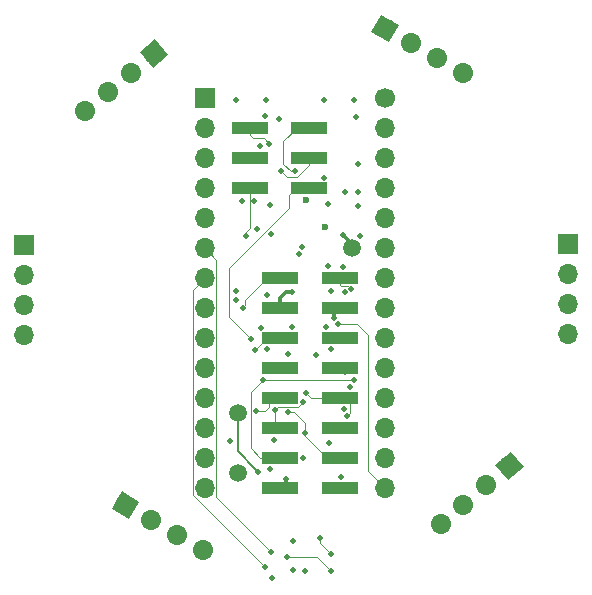
<source format=gbr>
G04 #@! TF.GenerationSoftware,KiCad,Pcbnew,5.1.0-060a0da~80~ubuntu18.04.1*
G04 #@! TF.CreationDate,2019-05-28T03:43:47+02:00*
G04 #@! TF.ProjectId,TinyFPGA-BX,54696e79-4650-4474-912d-42582e6b6963,rev?*
G04 #@! TF.SameCoordinates,Original*
G04 #@! TF.FileFunction,Copper,L4,Bot*
G04 #@! TF.FilePolarity,Positive*
%FSLAX46Y46*%
G04 Gerber Fmt 4.6, Leading zero omitted, Abs format (unit mm)*
G04 Created by KiCad (PCBNEW 5.1.0-060a0da~80~ubuntu18.04.1) date 2019-05-28 03:43:47*
%MOMM*%
%LPD*%
G04 APERTURE LIST*
%ADD10R,1.700000X1.700000*%
%ADD11O,1.700000X1.700000*%
%ADD12R,3.150000X1.000000*%
%ADD13C,1.500000*%
%ADD14C,1.700000*%
%ADD15C,1.700000*%
%ADD16C,0.100000*%
%ADD17C,0.500000*%
%ADD18C,0.600000*%
%ADD19C,0.300000*%
%ADD20C,0.200000*%
G04 APERTURE END LIST*
D10*
X143516000Y-97799100D03*
D11*
X143516000Y-100339100D03*
X143516000Y-102879100D03*
X143516000Y-105419100D03*
X143516000Y-107959100D03*
X143516000Y-110499100D03*
X143516000Y-113039100D03*
X143516000Y-115579100D03*
X143516000Y-118119100D03*
X143516000Y-120659100D03*
X143516000Y-123199100D03*
X143516000Y-125739100D03*
X143516000Y-128279100D03*
X143516000Y-130819100D03*
D12*
X154956000Y-113039100D03*
X149906000Y-113039100D03*
X154956000Y-115579100D03*
X149906000Y-115579100D03*
X154956000Y-118119100D03*
X149906000Y-118119100D03*
X154956000Y-120659100D03*
X149906000Y-120659100D03*
X154956000Y-123199100D03*
X149906000Y-123199100D03*
X154956000Y-125739100D03*
X149906000Y-125739100D03*
X154956000Y-128279100D03*
X149906000Y-128279100D03*
X154956000Y-130819100D03*
X149906000Y-130819100D03*
X147326000Y-105419100D03*
X152376000Y-105419100D03*
X147326000Y-102879100D03*
X152376000Y-102879100D03*
X147326000Y-100339100D03*
X152376000Y-100339100D03*
D13*
X155962000Y-110499100D03*
X146310000Y-129549100D03*
X146310000Y-124469100D03*
D14*
X158756000Y-97799100D03*
D11*
X158756000Y-100339100D03*
X158756000Y-102879100D03*
X158756000Y-105419100D03*
X158756000Y-107959100D03*
X158756000Y-110499100D03*
X158756000Y-113039100D03*
X158756000Y-115579100D03*
X158756000Y-118119100D03*
X158756000Y-120659100D03*
X158756000Y-123199100D03*
X158756000Y-125739100D03*
X158756000Y-128279100D03*
X158756000Y-130819100D03*
D14*
X133402741Y-98952042D03*
D15*
X133402741Y-98952042D02*
X133402741Y-98952042D01*
D14*
X135348494Y-97319361D03*
D15*
X135348494Y-97319361D02*
X135348494Y-97319361D01*
D14*
X137294247Y-95686681D03*
D15*
X137294247Y-95686681D02*
X137294247Y-95686681D01*
D14*
X139240000Y-94054000D03*
D16*
G36*
X138042493Y-93949232D02*
G01*
X139344768Y-92856493D01*
X140437507Y-94158768D01*
X139135232Y-95251507D01*
X138042493Y-93949232D01*
X138042493Y-93949232D01*
G37*
D14*
X143400000Y-136104000D03*
D15*
X143400000Y-136104000D02*
X143400000Y-136104000D01*
D14*
X141200295Y-134834000D03*
D15*
X141200295Y-134834000D02*
X141200295Y-134834000D01*
D14*
X139000591Y-133564000D03*
D15*
X139000591Y-133564000D02*
X139000591Y-133564000D01*
D14*
X136800886Y-132294000D03*
D16*
G36*
X137112008Y-133455122D02*
G01*
X135639764Y-132605122D01*
X136489764Y-131132878D01*
X137962008Y-131982878D01*
X137112008Y-133455122D01*
X137112008Y-133455122D01*
G37*
D10*
X174270000Y-110164000D03*
D11*
X174270000Y-112704000D03*
X174270000Y-115244000D03*
X174270000Y-117784000D03*
X128240000Y-117904000D03*
X128240000Y-115364000D03*
X128240000Y-112824000D03*
D10*
X128240000Y-110284000D03*
D14*
X163492741Y-133872042D03*
D15*
X163492741Y-133872042D02*
X163492741Y-133872042D01*
D14*
X165438494Y-132239361D03*
D15*
X165438494Y-132239361D02*
X165438494Y-132239361D01*
D14*
X167384247Y-130606681D03*
D15*
X167384247Y-130606681D02*
X167384247Y-130606681D01*
D14*
X169330000Y-128974000D03*
D16*
G36*
X168132493Y-128869232D02*
G01*
X169434768Y-127776493D01*
X170527507Y-129078768D01*
X169225232Y-130171507D01*
X168132493Y-128869232D01*
X168132493Y-128869232D01*
G37*
D14*
X158780000Y-91924000D03*
D16*
G36*
X159091122Y-93085122D02*
G01*
X157618878Y-92235122D01*
X158468878Y-90762878D01*
X159941122Y-91612878D01*
X159091122Y-93085122D01*
X159091122Y-93085122D01*
G37*
D14*
X160979705Y-93194000D03*
D15*
X160979705Y-93194000D02*
X160979705Y-93194000D01*
D14*
X163179409Y-94464000D03*
D15*
X163179409Y-94464000D02*
X163179409Y-94464000D01*
D14*
X165379114Y-95734000D03*
D15*
X165379114Y-95734000D02*
X165379114Y-95734000D01*
D17*
X152040000Y-137824000D03*
X149190656Y-138446512D03*
X149170000Y-136214000D03*
X146730000Y-115614000D03*
X146989800Y-109484160D03*
X155210442Y-109453519D03*
X152936000Y-119549746D03*
X148776000Y-114523100D03*
X154256679Y-114164543D03*
X154956000Y-125739100D03*
X148071395Y-129506660D03*
X151857602Y-123582988D03*
X149490990Y-124235309D03*
X156167973Y-121673163D03*
X148486000Y-121673100D03*
X155392091Y-114252270D03*
X155441057Y-130819711D03*
X150430000Y-130039000D03*
X155325547Y-124152814D03*
X149434200Y-126780500D03*
X156661212Y-109516824D03*
X146657393Y-106499254D03*
X147737090Y-106499254D03*
X148595141Y-99316840D03*
X147947031Y-108876818D03*
X156316527Y-99446101D03*
X149802581Y-99608091D03*
X146186323Y-114148423D03*
X149048427Y-129220894D03*
X151883356Y-128295519D03*
X156494552Y-105753338D03*
X156485747Y-103422005D03*
X156136000Y-97973100D03*
X153586000Y-97973100D03*
X148686000Y-97973100D03*
X146136000Y-97973100D03*
X156486000Y-106923100D03*
X151736000Y-110423100D03*
X146186000Y-114923100D03*
X150928900Y-114263000D03*
X153635806Y-104574084D03*
X153936000Y-106823100D03*
X155250560Y-112106867D03*
X154213320Y-119051509D03*
X148836380Y-119095520D03*
X150555000Y-119514000D03*
X154080000Y-127054000D03*
X145700000Y-126834000D03*
D18*
X152070000Y-106474000D03*
X153720000Y-108724000D03*
D17*
X155790815Y-122266783D03*
X148326870Y-117269113D03*
X149104000Y-109356100D03*
X148211000Y-101873100D03*
X149074074Y-106848306D03*
X155386000Y-105748100D03*
X151515987Y-111048068D03*
X153929411Y-112064588D03*
X154491904Y-116406962D03*
X153813445Y-117194042D03*
X150930000Y-117239000D03*
X155087197Y-129924525D03*
X151020000Y-135304000D03*
X150567069Y-124384250D03*
X152026849Y-126180918D03*
X148981126Y-101693479D03*
X151185880Y-104035223D03*
X150008585Y-104031344D03*
X148650000Y-137549001D03*
X150980000Y-137814000D03*
X154817921Y-116950448D03*
X147326000Y-102879100D03*
X155924815Y-113976192D03*
X154277348Y-118048756D03*
X147793302Y-119150067D03*
X155366793Y-121014144D03*
X149696271Y-120639272D03*
X155582044Y-124754000D03*
X152130000Y-122789000D03*
X147830000Y-124294000D03*
X146326489Y-129562439D03*
X149906000Y-123199100D03*
X147433615Y-118223846D03*
X153312157Y-135046157D03*
X154250000Y-136394000D03*
X150530000Y-136674000D03*
X154200000Y-137824000D03*
D16*
X144516001Y-131560001D02*
X149170000Y-136214000D01*
X143516000Y-110499100D02*
X144516001Y-111499101D01*
X144516001Y-111499101D02*
X144516001Y-131560001D01*
X146730000Y-115614000D02*
X146979999Y-115364001D01*
X146979999Y-115364001D02*
X146979999Y-114890101D01*
X146979999Y-114890101D02*
X148831000Y-113039100D01*
X148831000Y-113039100D02*
X149906000Y-113039100D01*
X146989800Y-109484160D02*
X146989800Y-109130607D01*
X146989800Y-109130607D02*
X147326000Y-108794407D01*
X147326000Y-108794407D02*
X147326000Y-105419100D01*
D19*
X155460441Y-109703518D02*
X155210442Y-109453519D01*
X156216000Y-110459077D02*
X155460441Y-109703518D01*
X156216000Y-110499100D02*
X156216000Y-110459077D01*
D20*
X147821396Y-129256661D02*
X148071395Y-129506660D01*
X146310000Y-124469100D02*
X146310000Y-127745265D01*
X146310000Y-127745265D02*
X147821396Y-129256661D01*
D16*
X151456350Y-123984240D02*
X151607603Y-123832987D01*
X151607603Y-123832987D02*
X151857602Y-123582988D01*
X149490990Y-124235309D02*
X149742059Y-123984240D01*
X149742059Y-123984240D02*
X151456350Y-123984240D01*
X149490990Y-124235309D02*
X149490990Y-125324090D01*
X149490990Y-125324090D02*
X149906000Y-125739100D01*
X148486000Y-121673100D02*
X147422866Y-122736234D01*
X147422866Y-122736234D02*
X147422866Y-127470966D01*
X147422866Y-127470966D02*
X148231000Y-128279100D01*
X148231000Y-128279100D02*
X149906000Y-128279100D01*
X156167910Y-121673100D02*
X156167973Y-121673163D01*
X148486000Y-121673100D02*
X156167910Y-121673100D01*
X155087504Y-130819711D02*
X155441057Y-130819711D01*
X154956611Y-130819711D02*
X155087504Y-130819711D01*
X154956000Y-130819100D02*
X154956611Y-130819711D01*
D19*
X149906000Y-130819100D02*
X150316085Y-130819100D01*
X150316085Y-130819100D02*
X150430000Y-130705185D01*
X150430000Y-130705185D02*
X150430000Y-130039000D01*
D16*
X155336000Y-124163267D02*
X155325547Y-124152814D01*
X155336000Y-124173101D02*
X155336000Y-124163267D01*
D19*
X149906000Y-115579100D02*
X149906000Y-114779100D01*
X149906000Y-114779100D02*
X150422100Y-114263000D01*
X150422100Y-114263000D02*
X150928900Y-114263000D01*
X154491904Y-116043196D02*
X154491904Y-116053409D01*
X154503097Y-116032003D02*
X154491904Y-116043196D01*
X154491904Y-116053409D02*
X154491904Y-116406962D01*
D16*
X154503097Y-116032003D02*
X154956000Y-115579100D01*
X152026849Y-126180918D02*
X152026849Y-125305367D01*
X152026849Y-125305367D02*
X151105732Y-124384250D01*
X151105732Y-124384250D02*
X150567069Y-124384250D01*
X152026849Y-126180918D02*
X152026849Y-126424949D01*
X152026849Y-126424949D02*
X153881000Y-128279100D01*
X153881000Y-128279100D02*
X154956000Y-128279100D01*
X148529507Y-101241860D02*
X147628760Y-101241860D01*
X147628760Y-101241860D02*
X147326000Y-100939100D01*
X147326000Y-100939100D02*
X147326000Y-100339100D01*
X148981126Y-101693479D02*
X148529507Y-101241860D01*
X151185880Y-104035223D02*
X150832327Y-104035223D01*
X150832327Y-104035223D02*
X150164800Y-103367696D01*
X150164800Y-103367696D02*
X150164800Y-101475300D01*
X151301000Y-100339100D02*
X152376000Y-100339100D01*
X150164800Y-101475300D02*
X151301000Y-100339100D01*
X150513481Y-104536240D02*
X151318860Y-104536240D01*
X151318860Y-104536240D02*
X152376000Y-103479100D01*
X152376000Y-103479100D02*
X152376000Y-102879100D01*
X150008585Y-104031344D02*
X150513481Y-104536240D01*
X142515999Y-131415000D02*
X148650000Y-137549001D01*
X143516000Y-113039100D02*
X142515999Y-114039101D01*
X142515999Y-114039101D02*
X142515999Y-131415000D01*
X158756000Y-130819100D02*
X157364867Y-129427967D01*
X156443348Y-116950448D02*
X155171474Y-116950448D01*
X155171474Y-116950448D02*
X154817921Y-116950448D01*
X157364867Y-117871967D02*
X156443348Y-116950448D01*
X157364867Y-129427967D02*
X157364867Y-117871967D01*
X154956000Y-113639100D02*
X155043093Y-113726193D01*
X155043093Y-113726193D02*
X155674816Y-113726193D01*
X154956000Y-113039100D02*
X154956000Y-113639100D01*
X155674816Y-113726193D02*
X155924815Y-113976192D01*
X147800033Y-119150067D02*
X147793302Y-119150067D01*
X148831000Y-118119100D02*
X147800033Y-119150067D01*
X149906000Y-118119100D02*
X148831000Y-118119100D01*
X155582044Y-124754000D02*
X155832043Y-124504001D01*
X155832043Y-124504001D02*
X155832043Y-123503819D01*
X155832043Y-123503819D02*
X155527324Y-123199100D01*
X155527324Y-123199100D02*
X154956000Y-123199100D01*
X156153417Y-123321517D02*
X156031000Y-123199100D01*
X156031000Y-123199100D02*
X154956000Y-123199100D01*
X152130000Y-122789000D02*
X152540100Y-123199100D01*
X152540100Y-123199100D02*
X154956000Y-123199100D01*
X147830000Y-124294000D02*
X148645932Y-124294000D01*
X148645932Y-124294000D02*
X148986537Y-123953395D01*
X148986537Y-123953395D02*
X148986537Y-123500555D01*
X148986537Y-123500555D02*
X149287992Y-123199100D01*
X149287992Y-123199100D02*
X149906000Y-123199100D01*
X152376000Y-105419100D02*
X151301000Y-105419100D01*
X151301000Y-105419100D02*
X150701000Y-106019100D01*
X147183616Y-117973847D02*
X147433615Y-118223846D01*
X150701000Y-106019100D02*
X150701000Y-107094100D01*
X150701000Y-107094100D02*
X145600172Y-112194928D01*
X145600172Y-112194928D02*
X145600172Y-116390403D01*
X145600172Y-116390403D02*
X147183616Y-117973847D01*
X153312157Y-135046157D02*
X153312157Y-135456157D01*
X153312157Y-135456157D02*
X154250000Y-136394000D01*
X150530000Y-136674000D02*
X153050000Y-136674000D01*
X153050000Y-136674000D02*
X154200000Y-137824000D01*
M02*

</source>
